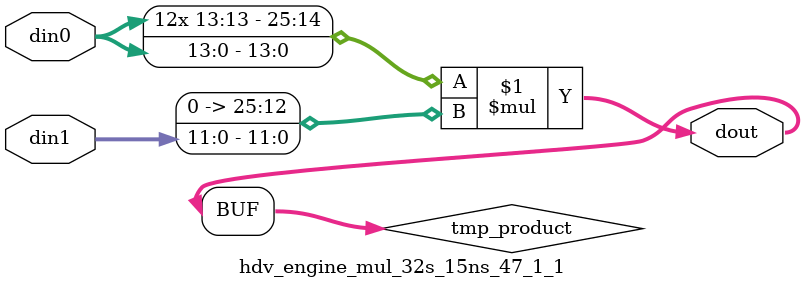
<source format=v>

`timescale 1 ns / 1 ps

  module hdv_engine_mul_32s_15ns_47_1_1(din0, din1, dout);
parameter ID = 1;
parameter NUM_STAGE = 0;
parameter din0_WIDTH = 14;
parameter din1_WIDTH = 12;
parameter dout_WIDTH = 26;

input [din0_WIDTH - 1 : 0] din0; 
input [din1_WIDTH - 1 : 0] din1; 
output [dout_WIDTH - 1 : 0] dout;

wire signed [dout_WIDTH - 1 : 0] tmp_product;












assign tmp_product = $signed(din0) * $signed({1'b0, din1});









assign dout = tmp_product;







endmodule

</source>
